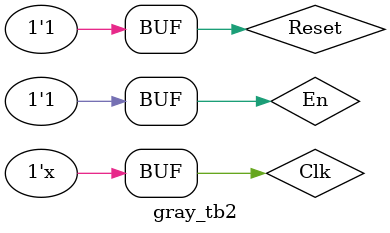
<source format=v>
`timescale 1ns / 1ps


module gray_tb2;

	// Inputs
	reg Clk;
	reg Reset;
	reg En;

	// Outputs
	wire [2:0] Output;
	wire Overflow;

	// Instantiate the Unit Under Test (UUT)
	gray uut (
		.Clk(Clk), 
		.Reset(Reset), 
		.En(En), 
		.Output(Output), 
		.Overflow(Overflow)
	);

	initial begin
		Clk = 0;
		Reset = 0;
		En = 0;
		
		#5;
		En = 1;
		#5;
		Reset = 1;
		#7;
		Reset = 0;
		#90
		Reset = 1;
		


	end
	
	always #5 Clk=~Clk;
      
endmodule


</source>
